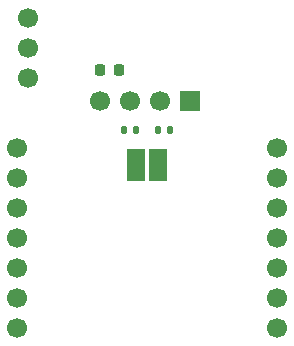
<source format=gbr>
%TF.GenerationSoftware,KiCad,Pcbnew,9.0.6*%
%TF.CreationDate,2025-11-30T13:42:40+01:00*%
%TF.ProjectId,stm32f030f4p6-board,73746d33-3266-4303-9330-663470362d62,rev?*%
%TF.SameCoordinates,Original*%
%TF.FileFunction,Soldermask,Bot*%
%TF.FilePolarity,Negative*%
%FSLAX46Y46*%
G04 Gerber Fmt 4.6, Leading zero omitted, Abs format (unit mm)*
G04 Created by KiCad (PCBNEW 9.0.6) date 2025-11-30 13:42:40*
%MOMM*%
%LPD*%
G01*
G04 APERTURE LIST*
G04 Aperture macros list*
%AMRoundRect*
0 Rectangle with rounded corners*
0 $1 Rounding radius*
0 $2 $3 $4 $5 $6 $7 $8 $9 X,Y pos of 4 corners*
0 Add a 4 corners polygon primitive as box body*
4,1,4,$2,$3,$4,$5,$6,$7,$8,$9,$2,$3,0*
0 Add four circle primitives for the rounded corners*
1,1,$1+$1,$2,$3*
1,1,$1+$1,$4,$5*
1,1,$1+$1,$6,$7*
1,1,$1+$1,$8,$9*
0 Add four rect primitives between the rounded corners*
20,1,$1+$1,$2,$3,$4,$5,0*
20,1,$1+$1,$4,$5,$6,$7,0*
20,1,$1+$1,$6,$7,$8,$9,0*
20,1,$1+$1,$8,$9,$2,$3,0*%
G04 Aperture macros list end*
%ADD10C,1.700000*%
%ADD11R,1.500000X2.700000*%
%ADD12RoundRect,0.225000X-0.225000X-0.250000X0.225000X-0.250000X0.225000X0.250000X-0.225000X0.250000X0*%
%ADD13R,1.700000X1.700000*%
%ADD14RoundRect,0.140000X0.140000X0.170000X-0.140000X0.170000X-0.140000X-0.170000X0.140000X-0.170000X0*%
%ADD15RoundRect,0.140000X-0.140000X-0.170000X0.140000X-0.170000X0.140000X0.170000X-0.140000X0.170000X0*%
G04 APERTURE END LIST*
D10*
%TO.C,J2*%
X86385500Y-56237999D03*
X86385500Y-53697999D03*
X86385500Y-51157999D03*
%TD*%
D11*
%TO.C,Y1*%
X97450000Y-63612000D03*
X95550000Y-63612000D03*
%TD*%
D12*
%TO.C,C5*%
X92542500Y-55568999D03*
X94092500Y-55568999D03*
%TD*%
D10*
%TO.C,J3*%
X107500000Y-62134999D03*
X107500000Y-64674999D03*
X107500000Y-67214999D03*
X107500000Y-69754999D03*
X107500000Y-72294999D03*
X107500000Y-74834999D03*
X107500000Y-77374999D03*
%TD*%
%TO.C,J5*%
X85500000Y-62134999D03*
X85500000Y-64674999D03*
X85500000Y-67214999D03*
X85500000Y-69754999D03*
X85500000Y-72294999D03*
X85500000Y-74834999D03*
X85500000Y-77374999D03*
%TD*%
D13*
%TO.C,J1*%
X100162500Y-58186999D03*
D10*
X97622500Y-58186999D03*
X95082500Y-58186999D03*
X92542500Y-58186999D03*
%TD*%
D14*
%TO.C,C2*%
X98410000Y-60670000D03*
X97450000Y-60670000D03*
%TD*%
D15*
%TO.C,C1*%
X94590000Y-60670000D03*
X95550000Y-60670000D03*
%TD*%
M02*

</source>
